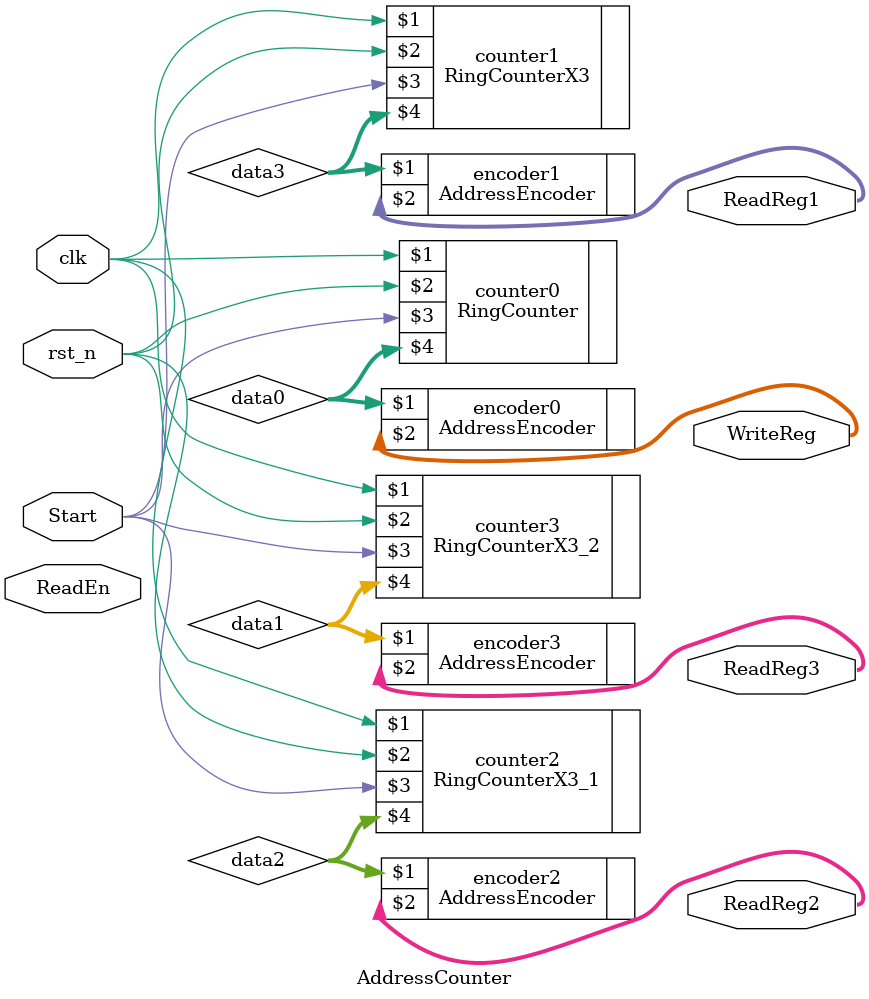
<source format=v>
`timescale 1ns / 1ps


module AddressCounter(clk, rst_n, Start, ReadEn, WriteReg, ReadReg1, ReadReg2, ReadReg3);

input clk, rst_n, Start, ReadEn;
output [3:0] WriteReg, ReadReg1, ReadReg2, ReadReg3;
wire [14:0] data0, data1, data2, data3;

RingCounter counter0(clk, rst_n, Start, data0);
AddressEncoder encoder0(data0, WriteReg);
//WriteReg


RingCounterX3 counter1(clk, rst_n, Start, data3);
AddressEncoder encoder1(data3, ReadReg1);
//ReadReg1


RingCounterX3_1 counter2(clk, rst_n, Start, data2);
AddressEncoder encoder2(data2, ReadReg2);
//ReadReg2


RingCounterX3_2 counter3(clk, rst_n, Start, data1);
AddressEncoder encoder3(data1, ReadReg3);
//ReadReg3


endmodule

</source>
